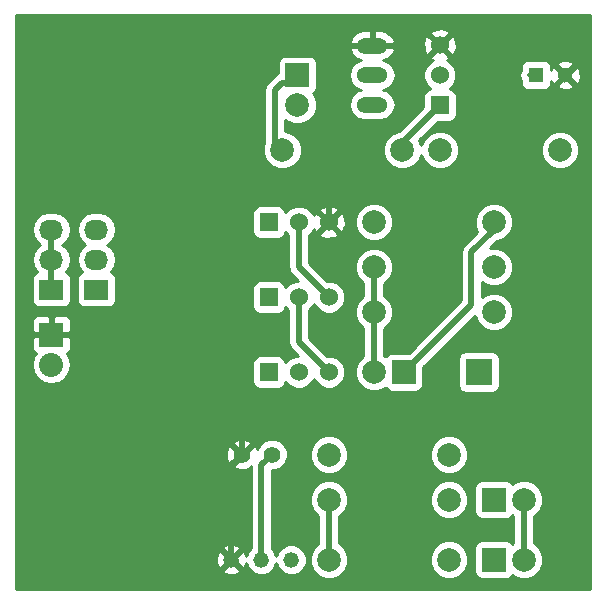
<source format=gtl>
G04 #@! TF.FileFunction,Copper,L1,Top,Signal*
%FSLAX46Y46*%
G04 Gerber Fmt 4.6, Leading zero omitted, Abs format (unit mm)*
G04 Created by KiCad (PCBNEW 4.0.4-stable) date 01/16/17 16:57:48*
%MOMM*%
%LPD*%
G01*
G04 APERTURE LIST*
%ADD10C,0.100000*%
%ADD11C,1.524000*%
%ADD12R,1.524000X1.524000*%
%ADD13O,2.641600X1.320800*%
%ADD14R,2.000000X2.000000*%
%ADD15C,2.000000*%
%ADD16C,1.320800*%
%ADD17C,1.397000*%
%ADD18C,1.300000*%
%ADD19R,1.300000X1.300000*%
%ADD20R,2.235200X2.235200*%
%ADD21R,2.032000X1.727200*%
%ADD22O,2.032000X1.727200*%
%ADD23R,2.032000X2.032000*%
%ADD24O,2.032000X2.032000*%
%ADD25C,1.998980*%
%ADD26C,0.800000*%
%ADD27C,0.500000*%
%ADD28C,0.254000*%
G04 APERTURE END LIST*
D10*
D11*
X141605000Y-80772000D03*
X141605000Y-78232000D03*
D12*
X141605000Y-83312000D03*
D13*
X135863400Y-80770800D03*
X135863400Y-83270800D03*
X135863400Y-78270800D03*
D14*
X129540000Y-80772000D03*
D15*
X129540000Y-83312000D03*
D14*
X138557000Y-105918000D03*
D15*
X136017000Y-105918000D03*
D11*
X129667000Y-93218000D03*
X132207000Y-93218000D03*
D12*
X127127000Y-93218000D03*
D11*
X129667000Y-99568000D03*
X132207000Y-99568000D03*
D12*
X127127000Y-99568000D03*
D11*
X129667000Y-105918000D03*
X132207000Y-105918000D03*
D12*
X127127000Y-105918000D03*
D16*
X123952000Y-121793000D03*
X129032000Y-121793000D03*
X126492000Y-121793000D03*
D17*
X127381000Y-112903000D03*
X124841000Y-112903000D03*
D14*
X146177000Y-116713000D03*
D15*
X148717000Y-116713000D03*
D14*
X146177000Y-121793000D03*
D15*
X148717000Y-121793000D03*
D18*
X152233000Y-80772000D03*
D19*
X149733000Y-80772000D03*
D20*
X144907000Y-105918000D03*
D21*
X108712000Y-98933000D03*
D22*
X108712000Y-96393000D03*
X108712000Y-93853000D03*
D21*
X112522000Y-98933000D03*
D22*
X112522000Y-96393000D03*
X112522000Y-93853000D03*
D23*
X108712000Y-102743000D03*
D24*
X108712000Y-105283000D03*
D25*
X146177000Y-100838000D03*
X136017000Y-100838000D03*
X146177000Y-97028000D03*
X136017000Y-97028000D03*
X136017000Y-93218000D03*
X146177000Y-93218000D03*
X142367000Y-112903000D03*
X132207000Y-112903000D03*
X142367000Y-121793000D03*
X132207000Y-121793000D03*
X142367000Y-116713000D03*
X132207000Y-116713000D03*
X151765000Y-87122000D03*
X141605000Y-87122000D03*
X128270000Y-87122000D03*
X138430000Y-87122000D03*
D26*
X127127000Y-96012000D03*
D27*
X135863400Y-78270800D02*
X134073200Y-78270800D01*
X132207000Y-80137000D02*
X132207000Y-93218000D01*
X134073200Y-78270800D02*
X132207000Y-80137000D01*
X124841000Y-96901000D02*
X124841000Y-112903000D01*
X127127000Y-96012000D02*
X124841000Y-96901000D01*
X135863400Y-78270800D02*
X135890000Y-78232000D01*
X135890000Y-78232000D02*
X135382000Y-78232000D01*
X124841000Y-112903000D02*
X123952000Y-113792000D01*
X123952000Y-113792000D02*
X123952000Y-121793000D01*
X149225000Y-80772000D02*
X149265000Y-80772000D01*
X138557000Y-105918000D02*
X144272000Y-100203000D01*
X144272000Y-100203000D02*
X144272000Y-95758000D01*
X144272000Y-95758000D02*
X146177000Y-93853000D01*
X146177000Y-93853000D02*
X146177000Y-93218000D01*
X136017000Y-100838000D02*
X136017000Y-105918000D01*
X136017000Y-97028000D02*
X136017000Y-100838000D01*
X148717000Y-116713000D02*
X148717000Y-121793000D01*
X128270000Y-87122000D02*
X127635000Y-86487000D01*
X127635000Y-86487000D02*
X127635000Y-82042000D01*
X127635000Y-82042000D02*
X128270000Y-81407000D01*
X128270000Y-81407000D02*
X128905000Y-81407000D01*
X128905000Y-81407000D02*
X129540000Y-80772000D01*
X108712000Y-105283000D02*
X109347000Y-105283000D01*
X108712000Y-96393000D02*
X108712000Y-93853000D01*
X108712000Y-98933000D02*
X108712000Y-96393000D01*
X132207000Y-105918000D02*
X129667000Y-103378000D01*
X129667000Y-103378000D02*
X129667000Y-99568000D01*
X132207000Y-99568000D02*
X129667000Y-97028000D01*
X129667000Y-97028000D02*
X129667000Y-93218000D01*
X141605000Y-83312000D02*
X138430000Y-86487000D01*
X138430000Y-86487000D02*
X138430000Y-87122000D01*
X127381000Y-112903000D02*
X126492000Y-113792000D01*
X126492000Y-113792000D02*
X126492000Y-121793000D01*
X132207000Y-121793000D02*
X132207000Y-116713000D01*
D28*
G36*
X154290000Y-124290000D02*
X105710000Y-124290000D01*
X105710000Y-122699558D01*
X123225047Y-122699558D01*
X123282009Y-122931229D01*
X123768590Y-123100981D01*
X124283094Y-123071605D01*
X124621991Y-122931229D01*
X124678953Y-122699558D01*
X123952000Y-121972605D01*
X123225047Y-122699558D01*
X105710000Y-122699558D01*
X105710000Y-121609590D01*
X122644019Y-121609590D01*
X122673395Y-122124094D01*
X122813771Y-122462991D01*
X123045442Y-122519953D01*
X123772395Y-121793000D01*
X123045442Y-121066047D01*
X122813771Y-121123009D01*
X122644019Y-121609590D01*
X105710000Y-121609590D01*
X105710000Y-120886442D01*
X123225047Y-120886442D01*
X123952000Y-121613395D01*
X124678953Y-120886442D01*
X124621991Y-120654771D01*
X124135410Y-120485019D01*
X123620906Y-120514395D01*
X123282009Y-120654771D01*
X123225047Y-120886442D01*
X105710000Y-120886442D01*
X105710000Y-113837188D01*
X124086417Y-113837188D01*
X124148071Y-114072800D01*
X124648480Y-114248927D01*
X125178199Y-114220148D01*
X125533929Y-114072800D01*
X125595582Y-113837190D01*
X125607000Y-113848608D01*
X125607000Y-120846082D01*
X125394454Y-121058257D01*
X125228727Y-121457372D01*
X125090229Y-121123009D01*
X124858558Y-121066047D01*
X124131605Y-121793000D01*
X124858558Y-122519953D01*
X125090229Y-122462991D01*
X125217030Y-122099526D01*
X125393173Y-122525826D01*
X125757257Y-122890546D01*
X126233199Y-123088174D01*
X126748540Y-123088624D01*
X127224826Y-122891827D01*
X127589546Y-122527743D01*
X127762181Y-122111992D01*
X127933173Y-122525826D01*
X128297257Y-122890546D01*
X128773199Y-123088174D01*
X129288540Y-123088624D01*
X129764826Y-122891827D01*
X130129546Y-122527743D01*
X130327174Y-122051801D01*
X130327624Y-121536460D01*
X130130827Y-121060174D01*
X129766743Y-120695454D01*
X129290801Y-120497826D01*
X128775460Y-120497376D01*
X128299174Y-120694173D01*
X127934454Y-121058257D01*
X127761819Y-121474008D01*
X127590827Y-121060174D01*
X127377000Y-120845973D01*
X127377000Y-117036694D01*
X130572226Y-117036694D01*
X130820538Y-117637655D01*
X131279927Y-118097846D01*
X131322000Y-118115316D01*
X131322000Y-120390153D01*
X131282345Y-120406538D01*
X130822154Y-120865927D01*
X130572794Y-121466453D01*
X130572226Y-122116694D01*
X130820538Y-122717655D01*
X131279927Y-123177846D01*
X131880453Y-123427206D01*
X132530694Y-123427774D01*
X133131655Y-123179462D01*
X133591846Y-122720073D01*
X133841206Y-122119547D01*
X133841208Y-122116694D01*
X140732226Y-122116694D01*
X140980538Y-122717655D01*
X141439927Y-123177846D01*
X142040453Y-123427206D01*
X142690694Y-123427774D01*
X143291655Y-123179462D01*
X143751846Y-122720073D01*
X144001206Y-122119547D01*
X144001774Y-121469306D01*
X143753462Y-120868345D01*
X143294073Y-120408154D01*
X142693547Y-120158794D01*
X142043306Y-120158226D01*
X141442345Y-120406538D01*
X140982154Y-120865927D01*
X140732794Y-121466453D01*
X140732226Y-122116694D01*
X133841208Y-122116694D01*
X133841774Y-121469306D01*
X133593462Y-120868345D01*
X133134073Y-120408154D01*
X133092000Y-120390684D01*
X133092000Y-118115847D01*
X133131655Y-118099462D01*
X133591846Y-117640073D01*
X133841206Y-117039547D01*
X133841208Y-117036694D01*
X140732226Y-117036694D01*
X140980538Y-117637655D01*
X141439927Y-118097846D01*
X142040453Y-118347206D01*
X142690694Y-118347774D01*
X143291655Y-118099462D01*
X143751846Y-117640073D01*
X144001206Y-117039547D01*
X144001774Y-116389306D01*
X143753462Y-115788345D01*
X143678249Y-115713000D01*
X144529560Y-115713000D01*
X144529560Y-117713000D01*
X144573838Y-117948317D01*
X144712910Y-118164441D01*
X144925110Y-118309431D01*
X145177000Y-118360440D01*
X147177000Y-118360440D01*
X147412317Y-118316162D01*
X147628441Y-118177090D01*
X147725910Y-118034439D01*
X147789637Y-118098278D01*
X147832000Y-118115869D01*
X147832000Y-120389602D01*
X147792057Y-120406106D01*
X147725426Y-120472621D01*
X147641090Y-120341559D01*
X147428890Y-120196569D01*
X147177000Y-120145560D01*
X145177000Y-120145560D01*
X144941683Y-120189838D01*
X144725559Y-120328910D01*
X144580569Y-120541110D01*
X144529560Y-120793000D01*
X144529560Y-122793000D01*
X144573838Y-123028317D01*
X144712910Y-123244441D01*
X144925110Y-123389431D01*
X145177000Y-123440440D01*
X147177000Y-123440440D01*
X147412317Y-123396162D01*
X147628441Y-123257090D01*
X147725910Y-123114439D01*
X147789637Y-123178278D01*
X148390352Y-123427716D01*
X149040795Y-123428284D01*
X149641943Y-123179894D01*
X150102278Y-122720363D01*
X150351716Y-122119648D01*
X150352284Y-121469205D01*
X150103894Y-120868057D01*
X149644363Y-120407722D01*
X149602000Y-120390131D01*
X149602000Y-118116398D01*
X149641943Y-118099894D01*
X150102278Y-117640363D01*
X150351716Y-117039648D01*
X150352284Y-116389205D01*
X150103894Y-115788057D01*
X149644363Y-115327722D01*
X149043648Y-115078284D01*
X148393205Y-115077716D01*
X147792057Y-115326106D01*
X147725426Y-115392621D01*
X147641090Y-115261559D01*
X147428890Y-115116569D01*
X147177000Y-115065560D01*
X145177000Y-115065560D01*
X144941683Y-115109838D01*
X144725559Y-115248910D01*
X144580569Y-115461110D01*
X144529560Y-115713000D01*
X143678249Y-115713000D01*
X143294073Y-115328154D01*
X142693547Y-115078794D01*
X142043306Y-115078226D01*
X141442345Y-115326538D01*
X140982154Y-115785927D01*
X140732794Y-116386453D01*
X140732226Y-117036694D01*
X133841208Y-117036694D01*
X133841774Y-116389306D01*
X133593462Y-115788345D01*
X133134073Y-115328154D01*
X132533547Y-115078794D01*
X131883306Y-115078226D01*
X131282345Y-115326538D01*
X130822154Y-115785927D01*
X130572794Y-116386453D01*
X130572226Y-117036694D01*
X127377000Y-117036694D01*
X127377000Y-114236497D01*
X127645086Y-114236731D01*
X128135380Y-114034146D01*
X128510827Y-113659353D01*
X128690482Y-113226694D01*
X130572226Y-113226694D01*
X130820538Y-113827655D01*
X131279927Y-114287846D01*
X131880453Y-114537206D01*
X132530694Y-114537774D01*
X133131655Y-114289462D01*
X133591846Y-113830073D01*
X133841206Y-113229547D01*
X133841208Y-113226694D01*
X140732226Y-113226694D01*
X140980538Y-113827655D01*
X141439927Y-114287846D01*
X142040453Y-114537206D01*
X142690694Y-114537774D01*
X143291655Y-114289462D01*
X143751846Y-113830073D01*
X144001206Y-113229547D01*
X144001774Y-112579306D01*
X143753462Y-111978345D01*
X143294073Y-111518154D01*
X142693547Y-111268794D01*
X142043306Y-111268226D01*
X141442345Y-111516538D01*
X140982154Y-111975927D01*
X140732794Y-112576453D01*
X140732226Y-113226694D01*
X133841208Y-113226694D01*
X133841774Y-112579306D01*
X133593462Y-111978345D01*
X133134073Y-111518154D01*
X132533547Y-111268794D01*
X131883306Y-111268226D01*
X131282345Y-111516538D01*
X130822154Y-111975927D01*
X130572794Y-112576453D01*
X130572226Y-113226694D01*
X128690482Y-113226694D01*
X128714268Y-113169413D01*
X128714731Y-112638914D01*
X128512146Y-112148620D01*
X128137353Y-111773173D01*
X127647413Y-111569732D01*
X127116914Y-111569269D01*
X126626620Y-111771854D01*
X126251173Y-112146647D01*
X126117686Y-112468118D01*
X126010800Y-112210071D01*
X125775188Y-112148417D01*
X125020605Y-112903000D01*
X125034748Y-112917143D01*
X124855143Y-113096748D01*
X124841000Y-113082605D01*
X124086417Y-113837188D01*
X105710000Y-113837188D01*
X105710000Y-112710480D01*
X123495073Y-112710480D01*
X123523852Y-113240199D01*
X123671200Y-113595929D01*
X123906812Y-113657583D01*
X124661395Y-112903000D01*
X123906812Y-112148417D01*
X123671200Y-112210071D01*
X123495073Y-112710480D01*
X105710000Y-112710480D01*
X105710000Y-111968812D01*
X124086417Y-111968812D01*
X124841000Y-112723395D01*
X125595583Y-111968812D01*
X125533929Y-111733200D01*
X125033520Y-111557073D01*
X124503801Y-111585852D01*
X124148071Y-111733200D01*
X124086417Y-111968812D01*
X105710000Y-111968812D01*
X105710000Y-103028750D01*
X107061000Y-103028750D01*
X107061000Y-103885309D01*
X107157673Y-104118698D01*
X107336301Y-104297327D01*
X107387372Y-104318481D01*
X107186675Y-104618845D01*
X107061000Y-105250655D01*
X107061000Y-105315345D01*
X107186675Y-105947155D01*
X107544567Y-106482778D01*
X108080190Y-106840670D01*
X108712000Y-106966345D01*
X109343810Y-106840670D01*
X109879433Y-106482778D01*
X110237325Y-105947155D01*
X110363000Y-105315345D01*
X110363000Y-105250655D01*
X110237325Y-104618845D01*
X110036628Y-104318481D01*
X110087699Y-104297327D01*
X110266327Y-104118698D01*
X110363000Y-103885309D01*
X110363000Y-103028750D01*
X110204250Y-102870000D01*
X108839000Y-102870000D01*
X108839000Y-102890000D01*
X108585000Y-102890000D01*
X108585000Y-102870000D01*
X107219750Y-102870000D01*
X107061000Y-103028750D01*
X105710000Y-103028750D01*
X105710000Y-101600691D01*
X107061000Y-101600691D01*
X107061000Y-102457250D01*
X107219750Y-102616000D01*
X108585000Y-102616000D01*
X108585000Y-101250750D01*
X108839000Y-101250750D01*
X108839000Y-102616000D01*
X110204250Y-102616000D01*
X110363000Y-102457250D01*
X110363000Y-101600691D01*
X110266327Y-101367302D01*
X110087699Y-101188673D01*
X109854310Y-101092000D01*
X108997750Y-101092000D01*
X108839000Y-101250750D01*
X108585000Y-101250750D01*
X108426250Y-101092000D01*
X107569690Y-101092000D01*
X107336301Y-101188673D01*
X107157673Y-101367302D01*
X107061000Y-101600691D01*
X105710000Y-101600691D01*
X105710000Y-93853000D01*
X107028655Y-93853000D01*
X107142729Y-94426489D01*
X107467585Y-94912670D01*
X107782366Y-95123000D01*
X107467585Y-95333330D01*
X107142729Y-95819511D01*
X107028655Y-96393000D01*
X107142729Y-96966489D01*
X107467585Y-97452670D01*
X107481913Y-97462243D01*
X107460683Y-97466238D01*
X107244559Y-97605310D01*
X107099569Y-97817510D01*
X107048560Y-98069400D01*
X107048560Y-99796600D01*
X107092838Y-100031917D01*
X107231910Y-100248041D01*
X107444110Y-100393031D01*
X107696000Y-100444040D01*
X109728000Y-100444040D01*
X109963317Y-100399762D01*
X110179441Y-100260690D01*
X110324431Y-100048490D01*
X110375440Y-99796600D01*
X110375440Y-98069400D01*
X110331162Y-97834083D01*
X110192090Y-97617959D01*
X109979890Y-97472969D01*
X109938561Y-97464600D01*
X109956415Y-97452670D01*
X110281271Y-96966489D01*
X110395345Y-96393000D01*
X110281271Y-95819511D01*
X109956415Y-95333330D01*
X109641634Y-95123000D01*
X109956415Y-94912670D01*
X110281271Y-94426489D01*
X110395345Y-93853000D01*
X110838655Y-93853000D01*
X110952729Y-94426489D01*
X111277585Y-94912670D01*
X111592366Y-95123000D01*
X111277585Y-95333330D01*
X110952729Y-95819511D01*
X110838655Y-96393000D01*
X110952729Y-96966489D01*
X111277585Y-97452670D01*
X111291913Y-97462243D01*
X111270683Y-97466238D01*
X111054559Y-97605310D01*
X110909569Y-97817510D01*
X110858560Y-98069400D01*
X110858560Y-99796600D01*
X110902838Y-100031917D01*
X111041910Y-100248041D01*
X111254110Y-100393031D01*
X111506000Y-100444040D01*
X113538000Y-100444040D01*
X113773317Y-100399762D01*
X113989441Y-100260690D01*
X114134431Y-100048490D01*
X114185440Y-99796600D01*
X114185440Y-98069400D01*
X114141162Y-97834083D01*
X114002090Y-97617959D01*
X113789890Y-97472969D01*
X113748561Y-97464600D01*
X113766415Y-97452670D01*
X114091271Y-96966489D01*
X114205345Y-96393000D01*
X114091271Y-95819511D01*
X113766415Y-95333330D01*
X113451634Y-95123000D01*
X113766415Y-94912670D01*
X114091271Y-94426489D01*
X114205345Y-93853000D01*
X114091271Y-93279511D01*
X113766415Y-92793330D01*
X113280234Y-92468474D01*
X113217523Y-92456000D01*
X125717560Y-92456000D01*
X125717560Y-93980000D01*
X125761838Y-94215317D01*
X125900910Y-94431441D01*
X126113110Y-94576431D01*
X126365000Y-94627440D01*
X127889000Y-94627440D01*
X128124317Y-94583162D01*
X128340441Y-94444090D01*
X128485431Y-94231890D01*
X128522492Y-94048876D01*
X128782000Y-94308837D01*
X128782000Y-97027995D01*
X128781999Y-97028000D01*
X128818328Y-97210633D01*
X128849367Y-97366675D01*
X128920390Y-97472969D01*
X129041210Y-97653790D01*
X129558325Y-98170905D01*
X129390339Y-98170758D01*
X128876697Y-98382990D01*
X128523237Y-98735833D01*
X128492162Y-98570683D01*
X128353090Y-98354559D01*
X128140890Y-98209569D01*
X127889000Y-98158560D01*
X126365000Y-98158560D01*
X126129683Y-98202838D01*
X125913559Y-98341910D01*
X125768569Y-98554110D01*
X125717560Y-98806000D01*
X125717560Y-100330000D01*
X125761838Y-100565317D01*
X125900910Y-100781441D01*
X126113110Y-100926431D01*
X126365000Y-100977440D01*
X127889000Y-100977440D01*
X128124317Y-100933162D01*
X128340441Y-100794090D01*
X128485431Y-100581890D01*
X128522492Y-100398876D01*
X128782000Y-100658837D01*
X128782000Y-103377995D01*
X128781999Y-103378000D01*
X128826090Y-103599655D01*
X128849367Y-103716675D01*
X128962044Y-103885309D01*
X129041210Y-104003790D01*
X129558325Y-104520905D01*
X129390339Y-104520758D01*
X128876697Y-104732990D01*
X128523237Y-105085833D01*
X128492162Y-104920683D01*
X128353090Y-104704559D01*
X128140890Y-104559569D01*
X127889000Y-104508560D01*
X126365000Y-104508560D01*
X126129683Y-104552838D01*
X125913559Y-104691910D01*
X125768569Y-104904110D01*
X125717560Y-105156000D01*
X125717560Y-106680000D01*
X125761838Y-106915317D01*
X125900910Y-107131441D01*
X126113110Y-107276431D01*
X126365000Y-107327440D01*
X127889000Y-107327440D01*
X128124317Y-107283162D01*
X128340441Y-107144090D01*
X128485431Y-106931890D01*
X128522492Y-106748876D01*
X128874630Y-107101629D01*
X129387900Y-107314757D01*
X129943661Y-107315242D01*
X130457303Y-107103010D01*
X130850629Y-106710370D01*
X130936949Y-106502488D01*
X131021990Y-106708303D01*
X131414630Y-107101629D01*
X131927900Y-107314757D01*
X132483661Y-107315242D01*
X132997303Y-107103010D01*
X133390629Y-106710370D01*
X133585198Y-106241795D01*
X134381716Y-106241795D01*
X134630106Y-106842943D01*
X135089637Y-107303278D01*
X135690352Y-107552716D01*
X136340795Y-107553284D01*
X136941943Y-107304894D01*
X137008574Y-107238379D01*
X137092910Y-107369441D01*
X137305110Y-107514431D01*
X137557000Y-107565440D01*
X139557000Y-107565440D01*
X139792317Y-107521162D01*
X140008441Y-107382090D01*
X140153431Y-107169890D01*
X140204440Y-106918000D01*
X140204440Y-105522140D01*
X140926179Y-104800400D01*
X143141960Y-104800400D01*
X143141960Y-107035600D01*
X143186238Y-107270917D01*
X143325310Y-107487041D01*
X143537510Y-107632031D01*
X143789400Y-107683040D01*
X146024600Y-107683040D01*
X146259917Y-107638762D01*
X146476041Y-107499690D01*
X146621031Y-107287490D01*
X146672040Y-107035600D01*
X146672040Y-104800400D01*
X146627762Y-104565083D01*
X146488690Y-104348959D01*
X146276490Y-104203969D01*
X146024600Y-104152960D01*
X143789400Y-104152960D01*
X143554083Y-104197238D01*
X143337959Y-104336310D01*
X143192969Y-104548510D01*
X143141960Y-104800400D01*
X140926179Y-104800400D01*
X144548851Y-101177728D01*
X144790538Y-101762655D01*
X145249927Y-102222846D01*
X145850453Y-102472206D01*
X146500694Y-102472774D01*
X147101655Y-102224462D01*
X147561846Y-101765073D01*
X147811206Y-101164547D01*
X147811774Y-100514306D01*
X147563462Y-99913345D01*
X147104073Y-99453154D01*
X146503547Y-99203794D01*
X145853306Y-99203226D01*
X145252345Y-99451538D01*
X145157000Y-99546717D01*
X145157000Y-98319757D01*
X145249927Y-98412846D01*
X145850453Y-98662206D01*
X146500694Y-98662774D01*
X147101655Y-98414462D01*
X147561846Y-97955073D01*
X147811206Y-97354547D01*
X147811774Y-96704306D01*
X147563462Y-96103345D01*
X147104073Y-95643154D01*
X146503547Y-95393794D01*
X145888323Y-95393257D01*
X146428868Y-94852711D01*
X146500694Y-94852774D01*
X147101655Y-94604462D01*
X147561846Y-94145073D01*
X147811206Y-93544547D01*
X147811774Y-92894306D01*
X147563462Y-92293345D01*
X147104073Y-91833154D01*
X146503547Y-91583794D01*
X145853306Y-91583226D01*
X145252345Y-91831538D01*
X144792154Y-92290927D01*
X144542794Y-92891453D01*
X144542226Y-93541694D01*
X144745285Y-94033135D01*
X143646210Y-95132210D01*
X143454367Y-95419325D01*
X143454367Y-95419326D01*
X143386999Y-95758000D01*
X143387000Y-95758005D01*
X143387000Y-99836421D01*
X138952860Y-104270560D01*
X137557000Y-104270560D01*
X137321683Y-104314838D01*
X137105559Y-104453910D01*
X137008090Y-104596561D01*
X136944363Y-104532722D01*
X136902000Y-104515131D01*
X136902000Y-102240847D01*
X136941655Y-102224462D01*
X137401846Y-101765073D01*
X137651206Y-101164547D01*
X137651774Y-100514306D01*
X137403462Y-99913345D01*
X136944073Y-99453154D01*
X136902000Y-99435684D01*
X136902000Y-98430847D01*
X136941655Y-98414462D01*
X137401846Y-97955073D01*
X137651206Y-97354547D01*
X137651774Y-96704306D01*
X137403462Y-96103345D01*
X136944073Y-95643154D01*
X136343547Y-95393794D01*
X135693306Y-95393226D01*
X135092345Y-95641538D01*
X134632154Y-96100927D01*
X134382794Y-96701453D01*
X134382226Y-97351694D01*
X134630538Y-97952655D01*
X135089927Y-98412846D01*
X135132000Y-98430316D01*
X135132000Y-99435153D01*
X135092345Y-99451538D01*
X134632154Y-99910927D01*
X134382794Y-100511453D01*
X134382226Y-101161694D01*
X134630538Y-101762655D01*
X135089927Y-102222846D01*
X135132000Y-102240316D01*
X135132000Y-104514602D01*
X135092057Y-104531106D01*
X134631722Y-104990637D01*
X134382284Y-105591352D01*
X134381716Y-106241795D01*
X133585198Y-106241795D01*
X133603757Y-106197100D01*
X133604242Y-105641339D01*
X133392010Y-105127697D01*
X132999370Y-104734371D01*
X132486100Y-104521243D01*
X132061452Y-104520872D01*
X130552000Y-103011420D01*
X130552000Y-100658478D01*
X130850629Y-100360370D01*
X130936949Y-100152488D01*
X131021990Y-100358303D01*
X131414630Y-100751629D01*
X131927900Y-100964757D01*
X132483661Y-100965242D01*
X132997303Y-100753010D01*
X133390629Y-100360370D01*
X133603757Y-99847100D01*
X133604242Y-99291339D01*
X133392010Y-98777697D01*
X132999370Y-98384371D01*
X132486100Y-98171243D01*
X132061452Y-98170872D01*
X130552000Y-96661420D01*
X130552000Y-94308478D01*
X130662457Y-94198213D01*
X131406392Y-94198213D01*
X131475857Y-94440397D01*
X131999302Y-94627144D01*
X132554368Y-94599362D01*
X132938143Y-94440397D01*
X133007608Y-94198213D01*
X132207000Y-93397605D01*
X131406392Y-94198213D01*
X130662457Y-94198213D01*
X130850629Y-94010370D01*
X130930395Y-93818273D01*
X130984603Y-93949143D01*
X131226787Y-94018608D01*
X132027395Y-93218000D01*
X132386605Y-93218000D01*
X133187213Y-94018608D01*
X133429397Y-93949143D01*
X133574760Y-93541694D01*
X134382226Y-93541694D01*
X134630538Y-94142655D01*
X135089927Y-94602846D01*
X135690453Y-94852206D01*
X136340694Y-94852774D01*
X136941655Y-94604462D01*
X137401846Y-94145073D01*
X137651206Y-93544547D01*
X137651774Y-92894306D01*
X137403462Y-92293345D01*
X136944073Y-91833154D01*
X136343547Y-91583794D01*
X135693306Y-91583226D01*
X135092345Y-91831538D01*
X134632154Y-92290927D01*
X134382794Y-92891453D01*
X134382226Y-93541694D01*
X133574760Y-93541694D01*
X133616144Y-93425698D01*
X133588362Y-92870632D01*
X133429397Y-92486857D01*
X133187213Y-92417392D01*
X132386605Y-93218000D01*
X132027395Y-93218000D01*
X131226787Y-92417392D01*
X130984603Y-92486857D01*
X130934491Y-92627318D01*
X130852010Y-92427697D01*
X130662432Y-92237787D01*
X131406392Y-92237787D01*
X132207000Y-93038395D01*
X133007608Y-92237787D01*
X132938143Y-91995603D01*
X132414698Y-91808856D01*
X131859632Y-91836638D01*
X131475857Y-91995603D01*
X131406392Y-92237787D01*
X130662432Y-92237787D01*
X130459370Y-92034371D01*
X129946100Y-91821243D01*
X129390339Y-91820758D01*
X128876697Y-92032990D01*
X128523237Y-92385833D01*
X128492162Y-92220683D01*
X128353090Y-92004559D01*
X128140890Y-91859569D01*
X127889000Y-91808560D01*
X126365000Y-91808560D01*
X126129683Y-91852838D01*
X125913559Y-91991910D01*
X125768569Y-92204110D01*
X125717560Y-92456000D01*
X113217523Y-92456000D01*
X112706745Y-92354400D01*
X112337255Y-92354400D01*
X111763766Y-92468474D01*
X111277585Y-92793330D01*
X110952729Y-93279511D01*
X110838655Y-93853000D01*
X110395345Y-93853000D01*
X110281271Y-93279511D01*
X109956415Y-92793330D01*
X109470234Y-92468474D01*
X108896745Y-92354400D01*
X108527255Y-92354400D01*
X107953766Y-92468474D01*
X107467585Y-92793330D01*
X107142729Y-93279511D01*
X107028655Y-93853000D01*
X105710000Y-93853000D01*
X105710000Y-87445694D01*
X126635226Y-87445694D01*
X126883538Y-88046655D01*
X127342927Y-88506846D01*
X127943453Y-88756206D01*
X128593694Y-88756774D01*
X129194655Y-88508462D01*
X129654846Y-88049073D01*
X129904206Y-87448547D01*
X129904208Y-87445694D01*
X136795226Y-87445694D01*
X137043538Y-88046655D01*
X137502927Y-88506846D01*
X138103453Y-88756206D01*
X138753694Y-88756774D01*
X139354655Y-88508462D01*
X139814846Y-88049073D01*
X140017691Y-87560568D01*
X140218538Y-88046655D01*
X140677927Y-88506846D01*
X141278453Y-88756206D01*
X141928694Y-88756774D01*
X142529655Y-88508462D01*
X142989846Y-88049073D01*
X143239206Y-87448547D01*
X143239208Y-87445694D01*
X150130226Y-87445694D01*
X150378538Y-88046655D01*
X150837927Y-88506846D01*
X151438453Y-88756206D01*
X152088694Y-88756774D01*
X152689655Y-88508462D01*
X153149846Y-88049073D01*
X153399206Y-87448547D01*
X153399774Y-86798306D01*
X153151462Y-86197345D01*
X152692073Y-85737154D01*
X152091547Y-85487794D01*
X151441306Y-85487226D01*
X150840345Y-85735538D01*
X150380154Y-86194927D01*
X150130794Y-86795453D01*
X150130226Y-87445694D01*
X143239208Y-87445694D01*
X143239774Y-86798306D01*
X142991462Y-86197345D01*
X142532073Y-85737154D01*
X141931547Y-85487794D01*
X141281306Y-85487226D01*
X140680345Y-85735538D01*
X140220154Y-86194927D01*
X140017309Y-86683432D01*
X139861715Y-86306865D01*
X141447139Y-84721440D01*
X142367000Y-84721440D01*
X142602317Y-84677162D01*
X142818441Y-84538090D01*
X142963431Y-84325890D01*
X143014440Y-84074000D01*
X143014440Y-82550000D01*
X142970162Y-82314683D01*
X142831090Y-82098559D01*
X142618890Y-81953569D01*
X142435876Y-81916508D01*
X142788629Y-81564370D01*
X143001757Y-81051100D01*
X143002000Y-80772000D01*
X148340000Y-80772000D01*
X148407367Y-81110675D01*
X148435560Y-81152869D01*
X148435560Y-81422000D01*
X148479838Y-81657317D01*
X148618910Y-81873441D01*
X148831110Y-82018431D01*
X149083000Y-82069440D01*
X150383000Y-82069440D01*
X150618317Y-82025162D01*
X150834441Y-81886090D01*
X150979431Y-81673890D01*
X150980012Y-81671016D01*
X151513590Y-81671016D01*
X151569271Y-81901611D01*
X152052078Y-82069622D01*
X152562428Y-82040083D01*
X152896729Y-81901611D01*
X152952410Y-81671016D01*
X152233000Y-80951605D01*
X151513590Y-81671016D01*
X150980012Y-81671016D01*
X151030440Y-81422000D01*
X151030440Y-81259615D01*
X151103389Y-81435729D01*
X151333984Y-81491410D01*
X152053395Y-80772000D01*
X152412605Y-80772000D01*
X153132016Y-81491410D01*
X153362611Y-81435729D01*
X153530622Y-80952922D01*
X153501083Y-80442572D01*
X153362611Y-80108271D01*
X153132016Y-80052590D01*
X152412605Y-80772000D01*
X152053395Y-80772000D01*
X151333984Y-80052590D01*
X151103389Y-80108271D01*
X151030440Y-80317902D01*
X151030440Y-80122000D01*
X150986162Y-79886683D01*
X150977347Y-79872984D01*
X151513590Y-79872984D01*
X152233000Y-80592395D01*
X152952410Y-79872984D01*
X152896729Y-79642389D01*
X152413922Y-79474378D01*
X151903572Y-79503917D01*
X151569271Y-79642389D01*
X151513590Y-79872984D01*
X150977347Y-79872984D01*
X150847090Y-79670559D01*
X150634890Y-79525569D01*
X150383000Y-79474560D01*
X149083000Y-79474560D01*
X148847683Y-79518838D01*
X148631559Y-79657910D01*
X148486569Y-79870110D01*
X148435560Y-80122000D01*
X148435560Y-80391131D01*
X148407367Y-80433325D01*
X148340000Y-80772000D01*
X143002000Y-80772000D01*
X143002242Y-80495339D01*
X142790010Y-79981697D01*
X142397370Y-79588371D01*
X142205273Y-79508605D01*
X142336143Y-79454397D01*
X142405608Y-79212213D01*
X141605000Y-78411605D01*
X140804392Y-79212213D01*
X140873857Y-79454397D01*
X141014318Y-79504509D01*
X140814697Y-79586990D01*
X140421371Y-79979630D01*
X140208243Y-80492900D01*
X140207758Y-81048661D01*
X140419990Y-81562303D01*
X140772833Y-81915763D01*
X140607683Y-81946838D01*
X140391559Y-82085910D01*
X140246569Y-82298110D01*
X140195560Y-82550000D01*
X140195560Y-83469861D01*
X138178131Y-85487289D01*
X138106306Y-85487226D01*
X137505345Y-85735538D01*
X137045154Y-86194927D01*
X136795794Y-86795453D01*
X136795226Y-87445694D01*
X129904208Y-87445694D01*
X129904774Y-86798306D01*
X129656462Y-86197345D01*
X129197073Y-85737154D01*
X128596547Y-85487794D01*
X128520000Y-85487727D01*
X128520000Y-84604479D01*
X128612637Y-84697278D01*
X129213352Y-84946716D01*
X129863795Y-84947284D01*
X130464943Y-84698894D01*
X130925278Y-84239363D01*
X131174716Y-83638648D01*
X131175284Y-82988205D01*
X130926894Y-82387057D01*
X130860379Y-82320426D01*
X130991441Y-82236090D01*
X131136431Y-82023890D01*
X131187440Y-81772000D01*
X131187440Y-80770800D01*
X133869284Y-80770800D01*
X133967890Y-81266528D01*
X134248698Y-81686786D01*
X134668956Y-81967594D01*
X134936442Y-82020800D01*
X134668956Y-82074006D01*
X134248698Y-82354814D01*
X133967890Y-82775072D01*
X133869284Y-83270800D01*
X133967890Y-83766528D01*
X134248698Y-84186786D01*
X134668956Y-84467594D01*
X135164684Y-84566200D01*
X136562116Y-84566200D01*
X137057844Y-84467594D01*
X137478102Y-84186786D01*
X137758910Y-83766528D01*
X137857516Y-83270800D01*
X137758910Y-82775072D01*
X137478102Y-82354814D01*
X137057844Y-82074006D01*
X136790358Y-82020800D01*
X137057844Y-81967594D01*
X137478102Y-81686786D01*
X137758910Y-81266528D01*
X137857516Y-80770800D01*
X137758910Y-80275072D01*
X137478102Y-79854814D01*
X137057844Y-79574006D01*
X136796604Y-79522042D01*
X137136861Y-79418993D01*
X137529589Y-79096984D01*
X137769195Y-78649196D01*
X137777220Y-78597905D01*
X137653333Y-78397800D01*
X135990400Y-78397800D01*
X135990400Y-78417800D01*
X135736400Y-78417800D01*
X135736400Y-78397800D01*
X134073467Y-78397800D01*
X133949580Y-78597905D01*
X133957605Y-78649196D01*
X134197211Y-79096984D01*
X134589939Y-79418993D01*
X134930196Y-79522042D01*
X134668956Y-79574006D01*
X134248698Y-79854814D01*
X133967890Y-80275072D01*
X133869284Y-80770800D01*
X131187440Y-80770800D01*
X131187440Y-79772000D01*
X131143162Y-79536683D01*
X131004090Y-79320559D01*
X130791890Y-79175569D01*
X130540000Y-79124560D01*
X128540000Y-79124560D01*
X128304683Y-79168838D01*
X128088559Y-79307910D01*
X127943569Y-79520110D01*
X127892560Y-79772000D01*
X127892560Y-80615269D01*
X127644210Y-80781210D01*
X127644208Y-80781213D01*
X127009210Y-81416210D01*
X126817367Y-81703325D01*
X126817367Y-81703326D01*
X126749999Y-82042000D01*
X126750000Y-82042005D01*
X126750000Y-86486995D01*
X126749999Y-86487000D01*
X126754493Y-86509593D01*
X126635794Y-86795453D01*
X126635226Y-87445694D01*
X105710000Y-87445694D01*
X105710000Y-77943695D01*
X133949580Y-77943695D01*
X134073467Y-78143800D01*
X135736400Y-78143800D01*
X135736400Y-76975400D01*
X135990400Y-76975400D01*
X135990400Y-78143800D01*
X137653333Y-78143800D01*
X137727315Y-78024302D01*
X140195856Y-78024302D01*
X140223638Y-78579368D01*
X140382603Y-78963143D01*
X140624787Y-79032608D01*
X141425395Y-78232000D01*
X141784605Y-78232000D01*
X142585213Y-79032608D01*
X142827397Y-78963143D01*
X143014144Y-78439698D01*
X142986362Y-77884632D01*
X142827397Y-77500857D01*
X142585213Y-77431392D01*
X141784605Y-78232000D01*
X141425395Y-78232000D01*
X140624787Y-77431392D01*
X140382603Y-77500857D01*
X140195856Y-78024302D01*
X137727315Y-78024302D01*
X137777220Y-77943695D01*
X137769195Y-77892404D01*
X137529589Y-77444616D01*
X137294412Y-77251787D01*
X140804392Y-77251787D01*
X141605000Y-78052395D01*
X142405608Y-77251787D01*
X142336143Y-77009603D01*
X141812698Y-76822856D01*
X141257632Y-76850638D01*
X140873857Y-77009603D01*
X140804392Y-77251787D01*
X137294412Y-77251787D01*
X137136861Y-77122607D01*
X136650800Y-76975400D01*
X135990400Y-76975400D01*
X135736400Y-76975400D01*
X135076000Y-76975400D01*
X134589939Y-77122607D01*
X134197211Y-77444616D01*
X133957605Y-77892404D01*
X133949580Y-77943695D01*
X105710000Y-77943695D01*
X105710000Y-75710000D01*
X154290000Y-75710000D01*
X154290000Y-124290000D01*
X154290000Y-124290000D01*
G37*
X154290000Y-124290000D02*
X105710000Y-124290000D01*
X105710000Y-122699558D01*
X123225047Y-122699558D01*
X123282009Y-122931229D01*
X123768590Y-123100981D01*
X124283094Y-123071605D01*
X124621991Y-122931229D01*
X124678953Y-122699558D01*
X123952000Y-121972605D01*
X123225047Y-122699558D01*
X105710000Y-122699558D01*
X105710000Y-121609590D01*
X122644019Y-121609590D01*
X122673395Y-122124094D01*
X122813771Y-122462991D01*
X123045442Y-122519953D01*
X123772395Y-121793000D01*
X123045442Y-121066047D01*
X122813771Y-121123009D01*
X122644019Y-121609590D01*
X105710000Y-121609590D01*
X105710000Y-120886442D01*
X123225047Y-120886442D01*
X123952000Y-121613395D01*
X124678953Y-120886442D01*
X124621991Y-120654771D01*
X124135410Y-120485019D01*
X123620906Y-120514395D01*
X123282009Y-120654771D01*
X123225047Y-120886442D01*
X105710000Y-120886442D01*
X105710000Y-113837188D01*
X124086417Y-113837188D01*
X124148071Y-114072800D01*
X124648480Y-114248927D01*
X125178199Y-114220148D01*
X125533929Y-114072800D01*
X125595582Y-113837190D01*
X125607000Y-113848608D01*
X125607000Y-120846082D01*
X125394454Y-121058257D01*
X125228727Y-121457372D01*
X125090229Y-121123009D01*
X124858558Y-121066047D01*
X124131605Y-121793000D01*
X124858558Y-122519953D01*
X125090229Y-122462991D01*
X125217030Y-122099526D01*
X125393173Y-122525826D01*
X125757257Y-122890546D01*
X126233199Y-123088174D01*
X126748540Y-123088624D01*
X127224826Y-122891827D01*
X127589546Y-122527743D01*
X127762181Y-122111992D01*
X127933173Y-122525826D01*
X128297257Y-122890546D01*
X128773199Y-123088174D01*
X129288540Y-123088624D01*
X129764826Y-122891827D01*
X130129546Y-122527743D01*
X130327174Y-122051801D01*
X130327624Y-121536460D01*
X130130827Y-121060174D01*
X129766743Y-120695454D01*
X129290801Y-120497826D01*
X128775460Y-120497376D01*
X128299174Y-120694173D01*
X127934454Y-121058257D01*
X127761819Y-121474008D01*
X127590827Y-121060174D01*
X127377000Y-120845973D01*
X127377000Y-117036694D01*
X130572226Y-117036694D01*
X130820538Y-117637655D01*
X131279927Y-118097846D01*
X131322000Y-118115316D01*
X131322000Y-120390153D01*
X131282345Y-120406538D01*
X130822154Y-120865927D01*
X130572794Y-121466453D01*
X130572226Y-122116694D01*
X130820538Y-122717655D01*
X131279927Y-123177846D01*
X131880453Y-123427206D01*
X132530694Y-123427774D01*
X133131655Y-123179462D01*
X133591846Y-122720073D01*
X133841206Y-122119547D01*
X133841208Y-122116694D01*
X140732226Y-122116694D01*
X140980538Y-122717655D01*
X141439927Y-123177846D01*
X142040453Y-123427206D01*
X142690694Y-123427774D01*
X143291655Y-123179462D01*
X143751846Y-122720073D01*
X144001206Y-122119547D01*
X144001774Y-121469306D01*
X143753462Y-120868345D01*
X143294073Y-120408154D01*
X142693547Y-120158794D01*
X142043306Y-120158226D01*
X141442345Y-120406538D01*
X140982154Y-120865927D01*
X140732794Y-121466453D01*
X140732226Y-122116694D01*
X133841208Y-122116694D01*
X133841774Y-121469306D01*
X133593462Y-120868345D01*
X133134073Y-120408154D01*
X133092000Y-120390684D01*
X133092000Y-118115847D01*
X133131655Y-118099462D01*
X133591846Y-117640073D01*
X133841206Y-117039547D01*
X133841208Y-117036694D01*
X140732226Y-117036694D01*
X140980538Y-117637655D01*
X141439927Y-118097846D01*
X142040453Y-118347206D01*
X142690694Y-118347774D01*
X143291655Y-118099462D01*
X143751846Y-117640073D01*
X144001206Y-117039547D01*
X144001774Y-116389306D01*
X143753462Y-115788345D01*
X143678249Y-115713000D01*
X144529560Y-115713000D01*
X144529560Y-117713000D01*
X144573838Y-117948317D01*
X144712910Y-118164441D01*
X144925110Y-118309431D01*
X145177000Y-118360440D01*
X147177000Y-118360440D01*
X147412317Y-118316162D01*
X147628441Y-118177090D01*
X147725910Y-118034439D01*
X147789637Y-118098278D01*
X147832000Y-118115869D01*
X147832000Y-120389602D01*
X147792057Y-120406106D01*
X147725426Y-120472621D01*
X147641090Y-120341559D01*
X147428890Y-120196569D01*
X147177000Y-120145560D01*
X145177000Y-120145560D01*
X144941683Y-120189838D01*
X144725559Y-120328910D01*
X144580569Y-120541110D01*
X144529560Y-120793000D01*
X144529560Y-122793000D01*
X144573838Y-123028317D01*
X144712910Y-123244441D01*
X144925110Y-123389431D01*
X145177000Y-123440440D01*
X147177000Y-123440440D01*
X147412317Y-123396162D01*
X147628441Y-123257090D01*
X147725910Y-123114439D01*
X147789637Y-123178278D01*
X148390352Y-123427716D01*
X149040795Y-123428284D01*
X149641943Y-123179894D01*
X150102278Y-122720363D01*
X150351716Y-122119648D01*
X150352284Y-121469205D01*
X150103894Y-120868057D01*
X149644363Y-120407722D01*
X149602000Y-120390131D01*
X149602000Y-118116398D01*
X149641943Y-118099894D01*
X150102278Y-117640363D01*
X150351716Y-117039648D01*
X150352284Y-116389205D01*
X150103894Y-115788057D01*
X149644363Y-115327722D01*
X149043648Y-115078284D01*
X148393205Y-115077716D01*
X147792057Y-115326106D01*
X147725426Y-115392621D01*
X147641090Y-115261559D01*
X147428890Y-115116569D01*
X147177000Y-115065560D01*
X145177000Y-115065560D01*
X144941683Y-115109838D01*
X144725559Y-115248910D01*
X144580569Y-115461110D01*
X144529560Y-115713000D01*
X143678249Y-115713000D01*
X143294073Y-115328154D01*
X142693547Y-115078794D01*
X142043306Y-115078226D01*
X141442345Y-115326538D01*
X140982154Y-115785927D01*
X140732794Y-116386453D01*
X140732226Y-117036694D01*
X133841208Y-117036694D01*
X133841774Y-116389306D01*
X133593462Y-115788345D01*
X133134073Y-115328154D01*
X132533547Y-115078794D01*
X131883306Y-115078226D01*
X131282345Y-115326538D01*
X130822154Y-115785927D01*
X130572794Y-116386453D01*
X130572226Y-117036694D01*
X127377000Y-117036694D01*
X127377000Y-114236497D01*
X127645086Y-114236731D01*
X128135380Y-114034146D01*
X128510827Y-113659353D01*
X128690482Y-113226694D01*
X130572226Y-113226694D01*
X130820538Y-113827655D01*
X131279927Y-114287846D01*
X131880453Y-114537206D01*
X132530694Y-114537774D01*
X133131655Y-114289462D01*
X133591846Y-113830073D01*
X133841206Y-113229547D01*
X133841208Y-113226694D01*
X140732226Y-113226694D01*
X140980538Y-113827655D01*
X141439927Y-114287846D01*
X142040453Y-114537206D01*
X142690694Y-114537774D01*
X143291655Y-114289462D01*
X143751846Y-113830073D01*
X144001206Y-113229547D01*
X144001774Y-112579306D01*
X143753462Y-111978345D01*
X143294073Y-111518154D01*
X142693547Y-111268794D01*
X142043306Y-111268226D01*
X141442345Y-111516538D01*
X140982154Y-111975927D01*
X140732794Y-112576453D01*
X140732226Y-113226694D01*
X133841208Y-113226694D01*
X133841774Y-112579306D01*
X133593462Y-111978345D01*
X133134073Y-111518154D01*
X132533547Y-111268794D01*
X131883306Y-111268226D01*
X131282345Y-111516538D01*
X130822154Y-111975927D01*
X130572794Y-112576453D01*
X130572226Y-113226694D01*
X128690482Y-113226694D01*
X128714268Y-113169413D01*
X128714731Y-112638914D01*
X128512146Y-112148620D01*
X128137353Y-111773173D01*
X127647413Y-111569732D01*
X127116914Y-111569269D01*
X126626620Y-111771854D01*
X126251173Y-112146647D01*
X126117686Y-112468118D01*
X126010800Y-112210071D01*
X125775188Y-112148417D01*
X125020605Y-112903000D01*
X125034748Y-112917143D01*
X124855143Y-113096748D01*
X124841000Y-113082605D01*
X124086417Y-113837188D01*
X105710000Y-113837188D01*
X105710000Y-112710480D01*
X123495073Y-112710480D01*
X123523852Y-113240199D01*
X123671200Y-113595929D01*
X123906812Y-113657583D01*
X124661395Y-112903000D01*
X123906812Y-112148417D01*
X123671200Y-112210071D01*
X123495073Y-112710480D01*
X105710000Y-112710480D01*
X105710000Y-111968812D01*
X124086417Y-111968812D01*
X124841000Y-112723395D01*
X125595583Y-111968812D01*
X125533929Y-111733200D01*
X125033520Y-111557073D01*
X124503801Y-111585852D01*
X124148071Y-111733200D01*
X124086417Y-111968812D01*
X105710000Y-111968812D01*
X105710000Y-103028750D01*
X107061000Y-103028750D01*
X107061000Y-103885309D01*
X107157673Y-104118698D01*
X107336301Y-104297327D01*
X107387372Y-104318481D01*
X107186675Y-104618845D01*
X107061000Y-105250655D01*
X107061000Y-105315345D01*
X107186675Y-105947155D01*
X107544567Y-106482778D01*
X108080190Y-106840670D01*
X108712000Y-106966345D01*
X109343810Y-106840670D01*
X109879433Y-106482778D01*
X110237325Y-105947155D01*
X110363000Y-105315345D01*
X110363000Y-105250655D01*
X110237325Y-104618845D01*
X110036628Y-104318481D01*
X110087699Y-104297327D01*
X110266327Y-104118698D01*
X110363000Y-103885309D01*
X110363000Y-103028750D01*
X110204250Y-102870000D01*
X108839000Y-102870000D01*
X108839000Y-102890000D01*
X108585000Y-102890000D01*
X108585000Y-102870000D01*
X107219750Y-102870000D01*
X107061000Y-103028750D01*
X105710000Y-103028750D01*
X105710000Y-101600691D01*
X107061000Y-101600691D01*
X107061000Y-102457250D01*
X107219750Y-102616000D01*
X108585000Y-102616000D01*
X108585000Y-101250750D01*
X108839000Y-101250750D01*
X108839000Y-102616000D01*
X110204250Y-102616000D01*
X110363000Y-102457250D01*
X110363000Y-101600691D01*
X110266327Y-101367302D01*
X110087699Y-101188673D01*
X109854310Y-101092000D01*
X108997750Y-101092000D01*
X108839000Y-101250750D01*
X108585000Y-101250750D01*
X108426250Y-101092000D01*
X107569690Y-101092000D01*
X107336301Y-101188673D01*
X107157673Y-101367302D01*
X107061000Y-101600691D01*
X105710000Y-101600691D01*
X105710000Y-93853000D01*
X107028655Y-93853000D01*
X107142729Y-94426489D01*
X107467585Y-94912670D01*
X107782366Y-95123000D01*
X107467585Y-95333330D01*
X107142729Y-95819511D01*
X107028655Y-96393000D01*
X107142729Y-96966489D01*
X107467585Y-97452670D01*
X107481913Y-97462243D01*
X107460683Y-97466238D01*
X107244559Y-97605310D01*
X107099569Y-97817510D01*
X107048560Y-98069400D01*
X107048560Y-99796600D01*
X107092838Y-100031917D01*
X107231910Y-100248041D01*
X107444110Y-100393031D01*
X107696000Y-100444040D01*
X109728000Y-100444040D01*
X109963317Y-100399762D01*
X110179441Y-100260690D01*
X110324431Y-100048490D01*
X110375440Y-99796600D01*
X110375440Y-98069400D01*
X110331162Y-97834083D01*
X110192090Y-97617959D01*
X109979890Y-97472969D01*
X109938561Y-97464600D01*
X109956415Y-97452670D01*
X110281271Y-96966489D01*
X110395345Y-96393000D01*
X110281271Y-95819511D01*
X109956415Y-95333330D01*
X109641634Y-95123000D01*
X109956415Y-94912670D01*
X110281271Y-94426489D01*
X110395345Y-93853000D01*
X110838655Y-93853000D01*
X110952729Y-94426489D01*
X111277585Y-94912670D01*
X111592366Y-95123000D01*
X111277585Y-95333330D01*
X110952729Y-95819511D01*
X110838655Y-96393000D01*
X110952729Y-96966489D01*
X111277585Y-97452670D01*
X111291913Y-97462243D01*
X111270683Y-97466238D01*
X111054559Y-97605310D01*
X110909569Y-97817510D01*
X110858560Y-98069400D01*
X110858560Y-99796600D01*
X110902838Y-100031917D01*
X111041910Y-100248041D01*
X111254110Y-100393031D01*
X111506000Y-100444040D01*
X113538000Y-100444040D01*
X113773317Y-100399762D01*
X113989441Y-100260690D01*
X114134431Y-100048490D01*
X114185440Y-99796600D01*
X114185440Y-98069400D01*
X114141162Y-97834083D01*
X114002090Y-97617959D01*
X113789890Y-97472969D01*
X113748561Y-97464600D01*
X113766415Y-97452670D01*
X114091271Y-96966489D01*
X114205345Y-96393000D01*
X114091271Y-95819511D01*
X113766415Y-95333330D01*
X113451634Y-95123000D01*
X113766415Y-94912670D01*
X114091271Y-94426489D01*
X114205345Y-93853000D01*
X114091271Y-93279511D01*
X113766415Y-92793330D01*
X113280234Y-92468474D01*
X113217523Y-92456000D01*
X125717560Y-92456000D01*
X125717560Y-93980000D01*
X125761838Y-94215317D01*
X125900910Y-94431441D01*
X126113110Y-94576431D01*
X126365000Y-94627440D01*
X127889000Y-94627440D01*
X128124317Y-94583162D01*
X128340441Y-94444090D01*
X128485431Y-94231890D01*
X128522492Y-94048876D01*
X128782000Y-94308837D01*
X128782000Y-97027995D01*
X128781999Y-97028000D01*
X128818328Y-97210633D01*
X128849367Y-97366675D01*
X128920390Y-97472969D01*
X129041210Y-97653790D01*
X129558325Y-98170905D01*
X129390339Y-98170758D01*
X128876697Y-98382990D01*
X128523237Y-98735833D01*
X128492162Y-98570683D01*
X128353090Y-98354559D01*
X128140890Y-98209569D01*
X127889000Y-98158560D01*
X126365000Y-98158560D01*
X126129683Y-98202838D01*
X125913559Y-98341910D01*
X125768569Y-98554110D01*
X125717560Y-98806000D01*
X125717560Y-100330000D01*
X125761838Y-100565317D01*
X125900910Y-100781441D01*
X126113110Y-100926431D01*
X126365000Y-100977440D01*
X127889000Y-100977440D01*
X128124317Y-100933162D01*
X128340441Y-100794090D01*
X128485431Y-100581890D01*
X128522492Y-100398876D01*
X128782000Y-100658837D01*
X128782000Y-103377995D01*
X128781999Y-103378000D01*
X128826090Y-103599655D01*
X128849367Y-103716675D01*
X128962044Y-103885309D01*
X129041210Y-104003790D01*
X129558325Y-104520905D01*
X129390339Y-104520758D01*
X128876697Y-104732990D01*
X128523237Y-105085833D01*
X128492162Y-104920683D01*
X128353090Y-104704559D01*
X128140890Y-104559569D01*
X127889000Y-104508560D01*
X126365000Y-104508560D01*
X126129683Y-104552838D01*
X125913559Y-104691910D01*
X125768569Y-104904110D01*
X125717560Y-105156000D01*
X125717560Y-106680000D01*
X125761838Y-106915317D01*
X125900910Y-107131441D01*
X126113110Y-107276431D01*
X126365000Y-107327440D01*
X127889000Y-107327440D01*
X128124317Y-107283162D01*
X128340441Y-107144090D01*
X128485431Y-106931890D01*
X128522492Y-106748876D01*
X128874630Y-107101629D01*
X129387900Y-107314757D01*
X129943661Y-107315242D01*
X130457303Y-107103010D01*
X130850629Y-106710370D01*
X130936949Y-106502488D01*
X131021990Y-106708303D01*
X131414630Y-107101629D01*
X131927900Y-107314757D01*
X132483661Y-107315242D01*
X132997303Y-107103010D01*
X133390629Y-106710370D01*
X133585198Y-106241795D01*
X134381716Y-106241795D01*
X134630106Y-106842943D01*
X135089637Y-107303278D01*
X135690352Y-107552716D01*
X136340795Y-107553284D01*
X136941943Y-107304894D01*
X137008574Y-107238379D01*
X137092910Y-107369441D01*
X137305110Y-107514431D01*
X137557000Y-107565440D01*
X139557000Y-107565440D01*
X139792317Y-107521162D01*
X140008441Y-107382090D01*
X140153431Y-107169890D01*
X140204440Y-106918000D01*
X140204440Y-105522140D01*
X140926179Y-104800400D01*
X143141960Y-104800400D01*
X143141960Y-107035600D01*
X143186238Y-107270917D01*
X143325310Y-107487041D01*
X143537510Y-107632031D01*
X143789400Y-107683040D01*
X146024600Y-107683040D01*
X146259917Y-107638762D01*
X146476041Y-107499690D01*
X146621031Y-107287490D01*
X146672040Y-107035600D01*
X146672040Y-104800400D01*
X146627762Y-104565083D01*
X146488690Y-104348959D01*
X146276490Y-104203969D01*
X146024600Y-104152960D01*
X143789400Y-104152960D01*
X143554083Y-104197238D01*
X143337959Y-104336310D01*
X143192969Y-104548510D01*
X143141960Y-104800400D01*
X140926179Y-104800400D01*
X144548851Y-101177728D01*
X144790538Y-101762655D01*
X145249927Y-102222846D01*
X145850453Y-102472206D01*
X146500694Y-102472774D01*
X147101655Y-102224462D01*
X147561846Y-101765073D01*
X147811206Y-101164547D01*
X147811774Y-100514306D01*
X147563462Y-99913345D01*
X147104073Y-99453154D01*
X146503547Y-99203794D01*
X145853306Y-99203226D01*
X145252345Y-99451538D01*
X145157000Y-99546717D01*
X145157000Y-98319757D01*
X145249927Y-98412846D01*
X145850453Y-98662206D01*
X146500694Y-98662774D01*
X147101655Y-98414462D01*
X147561846Y-97955073D01*
X147811206Y-97354547D01*
X147811774Y-96704306D01*
X147563462Y-96103345D01*
X147104073Y-95643154D01*
X146503547Y-95393794D01*
X145888323Y-95393257D01*
X146428868Y-94852711D01*
X146500694Y-94852774D01*
X147101655Y-94604462D01*
X147561846Y-94145073D01*
X147811206Y-93544547D01*
X147811774Y-92894306D01*
X147563462Y-92293345D01*
X147104073Y-91833154D01*
X146503547Y-91583794D01*
X145853306Y-91583226D01*
X145252345Y-91831538D01*
X144792154Y-92290927D01*
X144542794Y-92891453D01*
X144542226Y-93541694D01*
X144745285Y-94033135D01*
X143646210Y-95132210D01*
X143454367Y-95419325D01*
X143454367Y-95419326D01*
X143386999Y-95758000D01*
X143387000Y-95758005D01*
X143387000Y-99836421D01*
X138952860Y-104270560D01*
X137557000Y-104270560D01*
X137321683Y-104314838D01*
X137105559Y-104453910D01*
X137008090Y-104596561D01*
X136944363Y-104532722D01*
X136902000Y-104515131D01*
X136902000Y-102240847D01*
X136941655Y-102224462D01*
X137401846Y-101765073D01*
X137651206Y-101164547D01*
X137651774Y-100514306D01*
X137403462Y-99913345D01*
X136944073Y-99453154D01*
X136902000Y-99435684D01*
X136902000Y-98430847D01*
X136941655Y-98414462D01*
X137401846Y-97955073D01*
X137651206Y-97354547D01*
X137651774Y-96704306D01*
X137403462Y-96103345D01*
X136944073Y-95643154D01*
X136343547Y-95393794D01*
X135693306Y-95393226D01*
X135092345Y-95641538D01*
X134632154Y-96100927D01*
X134382794Y-96701453D01*
X134382226Y-97351694D01*
X134630538Y-97952655D01*
X135089927Y-98412846D01*
X135132000Y-98430316D01*
X135132000Y-99435153D01*
X135092345Y-99451538D01*
X134632154Y-99910927D01*
X134382794Y-100511453D01*
X134382226Y-101161694D01*
X134630538Y-101762655D01*
X135089927Y-102222846D01*
X135132000Y-102240316D01*
X135132000Y-104514602D01*
X135092057Y-104531106D01*
X134631722Y-104990637D01*
X134382284Y-105591352D01*
X134381716Y-106241795D01*
X133585198Y-106241795D01*
X133603757Y-106197100D01*
X133604242Y-105641339D01*
X133392010Y-105127697D01*
X132999370Y-104734371D01*
X132486100Y-104521243D01*
X132061452Y-104520872D01*
X130552000Y-103011420D01*
X130552000Y-100658478D01*
X130850629Y-100360370D01*
X130936949Y-100152488D01*
X131021990Y-100358303D01*
X131414630Y-100751629D01*
X131927900Y-100964757D01*
X132483661Y-100965242D01*
X132997303Y-100753010D01*
X133390629Y-100360370D01*
X133603757Y-99847100D01*
X133604242Y-99291339D01*
X133392010Y-98777697D01*
X132999370Y-98384371D01*
X132486100Y-98171243D01*
X132061452Y-98170872D01*
X130552000Y-96661420D01*
X130552000Y-94308478D01*
X130662457Y-94198213D01*
X131406392Y-94198213D01*
X131475857Y-94440397D01*
X131999302Y-94627144D01*
X132554368Y-94599362D01*
X132938143Y-94440397D01*
X133007608Y-94198213D01*
X132207000Y-93397605D01*
X131406392Y-94198213D01*
X130662457Y-94198213D01*
X130850629Y-94010370D01*
X130930395Y-93818273D01*
X130984603Y-93949143D01*
X131226787Y-94018608D01*
X132027395Y-93218000D01*
X132386605Y-93218000D01*
X133187213Y-94018608D01*
X133429397Y-93949143D01*
X133574760Y-93541694D01*
X134382226Y-93541694D01*
X134630538Y-94142655D01*
X135089927Y-94602846D01*
X135690453Y-94852206D01*
X136340694Y-94852774D01*
X136941655Y-94604462D01*
X137401846Y-94145073D01*
X137651206Y-93544547D01*
X137651774Y-92894306D01*
X137403462Y-92293345D01*
X136944073Y-91833154D01*
X136343547Y-91583794D01*
X135693306Y-91583226D01*
X135092345Y-91831538D01*
X134632154Y-92290927D01*
X134382794Y-92891453D01*
X134382226Y-93541694D01*
X133574760Y-93541694D01*
X133616144Y-93425698D01*
X133588362Y-92870632D01*
X133429397Y-92486857D01*
X133187213Y-92417392D01*
X132386605Y-93218000D01*
X132027395Y-93218000D01*
X131226787Y-92417392D01*
X130984603Y-92486857D01*
X130934491Y-92627318D01*
X130852010Y-92427697D01*
X130662432Y-92237787D01*
X131406392Y-92237787D01*
X132207000Y-93038395D01*
X133007608Y-92237787D01*
X132938143Y-91995603D01*
X132414698Y-91808856D01*
X131859632Y-91836638D01*
X131475857Y-91995603D01*
X131406392Y-92237787D01*
X130662432Y-92237787D01*
X130459370Y-92034371D01*
X129946100Y-91821243D01*
X129390339Y-91820758D01*
X128876697Y-92032990D01*
X128523237Y-92385833D01*
X128492162Y-92220683D01*
X128353090Y-92004559D01*
X128140890Y-91859569D01*
X127889000Y-91808560D01*
X126365000Y-91808560D01*
X126129683Y-91852838D01*
X125913559Y-91991910D01*
X125768569Y-92204110D01*
X125717560Y-92456000D01*
X113217523Y-92456000D01*
X112706745Y-92354400D01*
X112337255Y-92354400D01*
X111763766Y-92468474D01*
X111277585Y-92793330D01*
X110952729Y-93279511D01*
X110838655Y-93853000D01*
X110395345Y-93853000D01*
X110281271Y-93279511D01*
X109956415Y-92793330D01*
X109470234Y-92468474D01*
X108896745Y-92354400D01*
X108527255Y-92354400D01*
X107953766Y-92468474D01*
X107467585Y-92793330D01*
X107142729Y-93279511D01*
X107028655Y-93853000D01*
X105710000Y-93853000D01*
X105710000Y-87445694D01*
X126635226Y-87445694D01*
X126883538Y-88046655D01*
X127342927Y-88506846D01*
X127943453Y-88756206D01*
X128593694Y-88756774D01*
X129194655Y-88508462D01*
X129654846Y-88049073D01*
X129904206Y-87448547D01*
X129904208Y-87445694D01*
X136795226Y-87445694D01*
X137043538Y-88046655D01*
X137502927Y-88506846D01*
X138103453Y-88756206D01*
X138753694Y-88756774D01*
X139354655Y-88508462D01*
X139814846Y-88049073D01*
X140017691Y-87560568D01*
X140218538Y-88046655D01*
X140677927Y-88506846D01*
X141278453Y-88756206D01*
X141928694Y-88756774D01*
X142529655Y-88508462D01*
X142989846Y-88049073D01*
X143239206Y-87448547D01*
X143239208Y-87445694D01*
X150130226Y-87445694D01*
X150378538Y-88046655D01*
X150837927Y-88506846D01*
X151438453Y-88756206D01*
X152088694Y-88756774D01*
X152689655Y-88508462D01*
X153149846Y-88049073D01*
X153399206Y-87448547D01*
X153399774Y-86798306D01*
X153151462Y-86197345D01*
X152692073Y-85737154D01*
X152091547Y-85487794D01*
X151441306Y-85487226D01*
X150840345Y-85735538D01*
X150380154Y-86194927D01*
X150130794Y-86795453D01*
X150130226Y-87445694D01*
X143239208Y-87445694D01*
X143239774Y-86798306D01*
X142991462Y-86197345D01*
X142532073Y-85737154D01*
X141931547Y-85487794D01*
X141281306Y-85487226D01*
X140680345Y-85735538D01*
X140220154Y-86194927D01*
X140017309Y-86683432D01*
X139861715Y-86306865D01*
X141447139Y-84721440D01*
X142367000Y-84721440D01*
X142602317Y-84677162D01*
X142818441Y-84538090D01*
X142963431Y-84325890D01*
X143014440Y-84074000D01*
X143014440Y-82550000D01*
X142970162Y-82314683D01*
X142831090Y-82098559D01*
X142618890Y-81953569D01*
X142435876Y-81916508D01*
X142788629Y-81564370D01*
X143001757Y-81051100D01*
X143002000Y-80772000D01*
X148340000Y-80772000D01*
X148407367Y-81110675D01*
X148435560Y-81152869D01*
X148435560Y-81422000D01*
X148479838Y-81657317D01*
X148618910Y-81873441D01*
X148831110Y-82018431D01*
X149083000Y-82069440D01*
X150383000Y-82069440D01*
X150618317Y-82025162D01*
X150834441Y-81886090D01*
X150979431Y-81673890D01*
X150980012Y-81671016D01*
X151513590Y-81671016D01*
X151569271Y-81901611D01*
X152052078Y-82069622D01*
X152562428Y-82040083D01*
X152896729Y-81901611D01*
X152952410Y-81671016D01*
X152233000Y-80951605D01*
X151513590Y-81671016D01*
X150980012Y-81671016D01*
X151030440Y-81422000D01*
X151030440Y-81259615D01*
X151103389Y-81435729D01*
X151333984Y-81491410D01*
X152053395Y-80772000D01*
X152412605Y-80772000D01*
X153132016Y-81491410D01*
X153362611Y-81435729D01*
X153530622Y-80952922D01*
X153501083Y-80442572D01*
X153362611Y-80108271D01*
X153132016Y-80052590D01*
X152412605Y-80772000D01*
X152053395Y-80772000D01*
X151333984Y-80052590D01*
X151103389Y-80108271D01*
X151030440Y-80317902D01*
X151030440Y-80122000D01*
X150986162Y-79886683D01*
X150977347Y-79872984D01*
X151513590Y-79872984D01*
X152233000Y-80592395D01*
X152952410Y-79872984D01*
X152896729Y-79642389D01*
X152413922Y-79474378D01*
X151903572Y-79503917D01*
X151569271Y-79642389D01*
X151513590Y-79872984D01*
X150977347Y-79872984D01*
X150847090Y-79670559D01*
X150634890Y-79525569D01*
X150383000Y-79474560D01*
X149083000Y-79474560D01*
X148847683Y-79518838D01*
X148631559Y-79657910D01*
X148486569Y-79870110D01*
X148435560Y-80122000D01*
X148435560Y-80391131D01*
X148407367Y-80433325D01*
X148340000Y-80772000D01*
X143002000Y-80772000D01*
X143002242Y-80495339D01*
X142790010Y-79981697D01*
X142397370Y-79588371D01*
X142205273Y-79508605D01*
X142336143Y-79454397D01*
X142405608Y-79212213D01*
X141605000Y-78411605D01*
X140804392Y-79212213D01*
X140873857Y-79454397D01*
X141014318Y-79504509D01*
X140814697Y-79586990D01*
X140421371Y-79979630D01*
X140208243Y-80492900D01*
X140207758Y-81048661D01*
X140419990Y-81562303D01*
X140772833Y-81915763D01*
X140607683Y-81946838D01*
X140391559Y-82085910D01*
X140246569Y-82298110D01*
X140195560Y-82550000D01*
X140195560Y-83469861D01*
X138178131Y-85487289D01*
X138106306Y-85487226D01*
X137505345Y-85735538D01*
X137045154Y-86194927D01*
X136795794Y-86795453D01*
X136795226Y-87445694D01*
X129904208Y-87445694D01*
X129904774Y-86798306D01*
X129656462Y-86197345D01*
X129197073Y-85737154D01*
X128596547Y-85487794D01*
X128520000Y-85487727D01*
X128520000Y-84604479D01*
X128612637Y-84697278D01*
X129213352Y-84946716D01*
X129863795Y-84947284D01*
X130464943Y-84698894D01*
X130925278Y-84239363D01*
X131174716Y-83638648D01*
X131175284Y-82988205D01*
X130926894Y-82387057D01*
X130860379Y-82320426D01*
X130991441Y-82236090D01*
X131136431Y-82023890D01*
X131187440Y-81772000D01*
X131187440Y-80770800D01*
X133869284Y-80770800D01*
X133967890Y-81266528D01*
X134248698Y-81686786D01*
X134668956Y-81967594D01*
X134936442Y-82020800D01*
X134668956Y-82074006D01*
X134248698Y-82354814D01*
X133967890Y-82775072D01*
X133869284Y-83270800D01*
X133967890Y-83766528D01*
X134248698Y-84186786D01*
X134668956Y-84467594D01*
X135164684Y-84566200D01*
X136562116Y-84566200D01*
X137057844Y-84467594D01*
X137478102Y-84186786D01*
X137758910Y-83766528D01*
X137857516Y-83270800D01*
X137758910Y-82775072D01*
X137478102Y-82354814D01*
X137057844Y-82074006D01*
X136790358Y-82020800D01*
X137057844Y-81967594D01*
X137478102Y-81686786D01*
X137758910Y-81266528D01*
X137857516Y-80770800D01*
X137758910Y-80275072D01*
X137478102Y-79854814D01*
X137057844Y-79574006D01*
X136796604Y-79522042D01*
X137136861Y-79418993D01*
X137529589Y-79096984D01*
X137769195Y-78649196D01*
X137777220Y-78597905D01*
X137653333Y-78397800D01*
X135990400Y-78397800D01*
X135990400Y-78417800D01*
X135736400Y-78417800D01*
X135736400Y-78397800D01*
X134073467Y-78397800D01*
X133949580Y-78597905D01*
X133957605Y-78649196D01*
X134197211Y-79096984D01*
X134589939Y-79418993D01*
X134930196Y-79522042D01*
X134668956Y-79574006D01*
X134248698Y-79854814D01*
X133967890Y-80275072D01*
X133869284Y-80770800D01*
X131187440Y-80770800D01*
X131187440Y-79772000D01*
X131143162Y-79536683D01*
X131004090Y-79320559D01*
X130791890Y-79175569D01*
X130540000Y-79124560D01*
X128540000Y-79124560D01*
X128304683Y-79168838D01*
X128088559Y-79307910D01*
X127943569Y-79520110D01*
X127892560Y-79772000D01*
X127892560Y-80615269D01*
X127644210Y-80781210D01*
X127644208Y-80781213D01*
X127009210Y-81416210D01*
X126817367Y-81703325D01*
X126817367Y-81703326D01*
X126749999Y-82042000D01*
X126750000Y-82042005D01*
X126750000Y-86486995D01*
X126749999Y-86487000D01*
X126754493Y-86509593D01*
X126635794Y-86795453D01*
X126635226Y-87445694D01*
X105710000Y-87445694D01*
X105710000Y-77943695D01*
X133949580Y-77943695D01*
X134073467Y-78143800D01*
X135736400Y-78143800D01*
X135736400Y-76975400D01*
X135990400Y-76975400D01*
X135990400Y-78143800D01*
X137653333Y-78143800D01*
X137727315Y-78024302D01*
X140195856Y-78024302D01*
X140223638Y-78579368D01*
X140382603Y-78963143D01*
X140624787Y-79032608D01*
X141425395Y-78232000D01*
X141784605Y-78232000D01*
X142585213Y-79032608D01*
X142827397Y-78963143D01*
X143014144Y-78439698D01*
X142986362Y-77884632D01*
X142827397Y-77500857D01*
X142585213Y-77431392D01*
X141784605Y-78232000D01*
X141425395Y-78232000D01*
X140624787Y-77431392D01*
X140382603Y-77500857D01*
X140195856Y-78024302D01*
X137727315Y-78024302D01*
X137777220Y-77943695D01*
X137769195Y-77892404D01*
X137529589Y-77444616D01*
X137294412Y-77251787D01*
X140804392Y-77251787D01*
X141605000Y-78052395D01*
X142405608Y-77251787D01*
X142336143Y-77009603D01*
X141812698Y-76822856D01*
X141257632Y-76850638D01*
X140873857Y-77009603D01*
X140804392Y-77251787D01*
X137294412Y-77251787D01*
X137136861Y-77122607D01*
X136650800Y-76975400D01*
X135990400Y-76975400D01*
X135736400Y-76975400D01*
X135076000Y-76975400D01*
X134589939Y-77122607D01*
X134197211Y-77444616D01*
X133957605Y-77892404D01*
X133949580Y-77943695D01*
X105710000Y-77943695D01*
X105710000Y-75710000D01*
X154290000Y-75710000D01*
X154290000Y-124290000D01*
M02*

</source>
